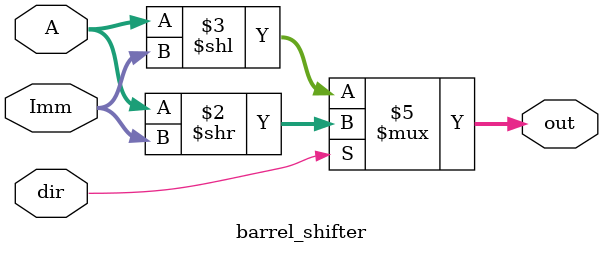
<source format=v>
module barrel_shifter(A,dir,Imm,out);
	input wire [31:0] A;
	input wire [4:0] Imm;
	input wire dir;
	output reg [31:0] out;
	
	always @(*)
		begin
			if(dir) out=A>>Imm;
			else out = A<<Imm;
		end
endmodule

			
				
	
	
</source>
